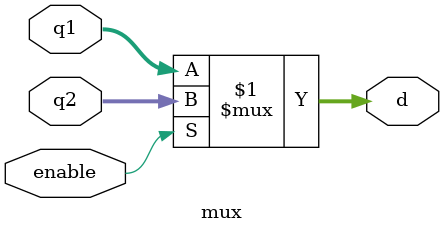
<source format=v>
module mux(enable,q1,q2,d);

input enable;
input [7:0]q1,q2;
output [7:0]d;

wire [7:0]d;
wire [7:0]q1,q2;


assign d = (enable?q2:q1);

endmodule

</source>
